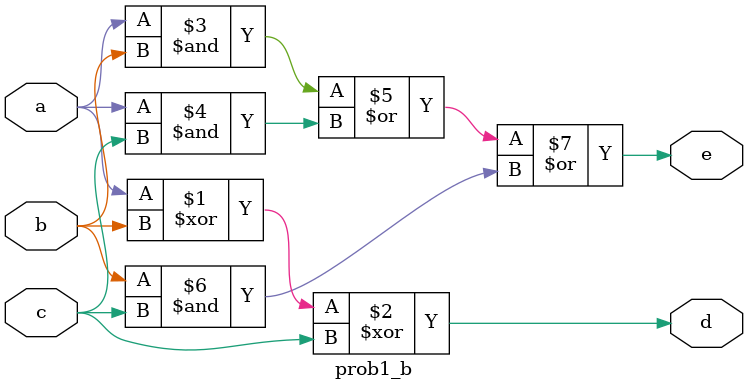
<source format=v>

`timescale 10ps/1ps
`celldefine
module prob1_b(
    a,
    b,
    c,
    d,
    e
);
    input   a;
    input   b;
    input   c;
    output  d;
    output  e;
    assign d = a ^ b ^ c;
    assign e = (a & b) | (a & c) | (b & c);
endmodule
`endcelldefine

</source>
